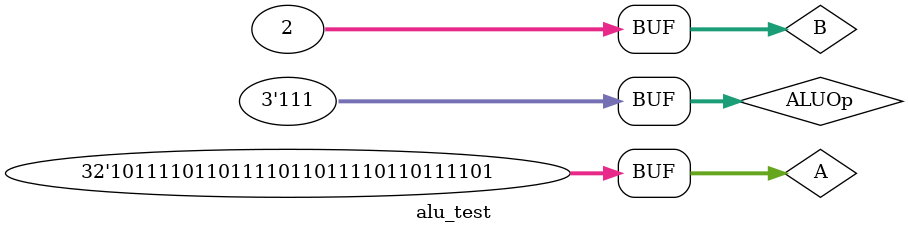
<source format=v>
`timescale 1ns / 1ps


module alu_test;

	// Inputs
	reg [31:0] A;
	reg [31:0] B;
	reg [2:0] ALUOp;

	// Outputs
	wire [31:0] C;

	// Instantiate the Unit Under Test (UUT)
	alu uut (
		.A(A), 
		.B(B), 
		.ALUOp(ALUOp), 
		.C(C)
	);

	initial begin
		// Initialize Inputs
		A = 0;
		B = 0;
		ALUOp = 0;

		// Wait 100 ns for global reset to finish
		#100;
        
		// Add stimulus here
        A = 32'b10111101101111011011110110111101;
        B = 32'd2;
        ALUOp = 3'b101;
        
        #2
        ALUOp = 3'b100;
        
        #2;
        ALUOp = 3'b111;
	end
      
endmodule


</source>
